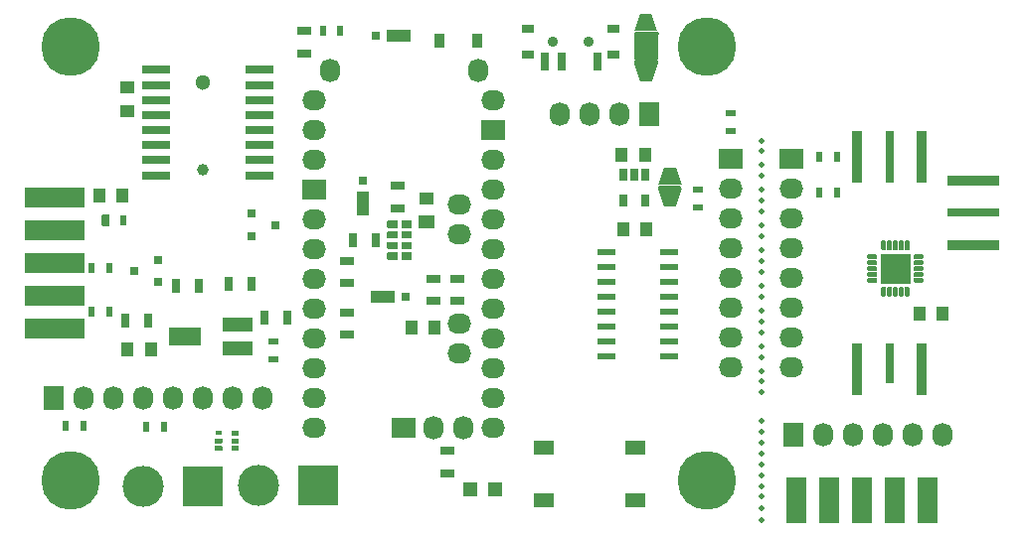
<source format=gts>
G04 #@! TF.GenerationSoftware,KiCad,Pcbnew,(5.1.9-0-10_14)*
G04 #@! TF.CreationDate,2021-10-26T14:38:54-04:00*
G04 #@! TF.ProjectId,Arducon,41726475-636f-46e2-9e6b-696361645f70,rev?*
G04 #@! TF.SameCoordinates,Original*
G04 #@! TF.FileFunction,Soldermask,Top*
G04 #@! TF.FilePolarity,Negative*
%FSLAX46Y46*%
G04 Gerber Fmt 4.6, Leading zero omitted, Abs format (unit mm)*
G04 Created by KiCad (PCBNEW (5.1.9-0-10_14)) date 2021-10-26 14:38:54*
%MOMM*%
%LPD*%
G01*
G04 APERTURE LIST*
%ADD10C,0.100000*%
%ADD11C,0.150000*%
%ADD12R,2.032000X2.032000*%
%ADD13R,0.910000X1.220000*%
%ADD14R,2.000000X1.100000*%
%ADD15R,0.800000X0.800000*%
%ADD16R,1.100000X2.000000*%
%ADD17R,1.198880X1.198880*%
%ADD18R,0.812800X4.500000*%
%ADD19R,0.760000X3.500000*%
%ADD20R,1.500000X0.600000*%
%ADD21R,1.250000X1.250000*%
%ADD22R,2.400000X0.800000*%
%ADD23R,2.400000X0.700000*%
%ADD24O,2.032000X1.727200*%
%ADD25R,2.032000X1.727200*%
%ADD26O,1.727200X2.032000*%
%ADD27R,0.760000X4.500000*%
%ADD28R,4.500000X0.812800*%
%ADD29R,4.500000X0.760000*%
%ADD30R,1.778000X4.000000*%
%ADD31C,1.300000*%
%ADD32C,1.000000*%
%ADD33R,1.727200X2.032000*%
%ADD34C,0.500000*%
%ADD35R,0.500000X0.900000*%
%ADD36R,0.551180X0.299720*%
%ADD37R,1.000000X1.250000*%
%ADD38R,0.700000X1.300000*%
%ADD39R,1.300000X0.700000*%
%ADD40C,5.000000*%
%ADD41R,5.080000X1.778000*%
%ADD42R,3.500120X3.500120*%
%ADD43C,3.500120*%
%ADD44R,2.700000X1.600000*%
%ADD45R,2.500000X1.200000*%
%ADD46R,1.750000X1.300000*%
%ADD47R,0.650000X1.060000*%
%ADD48R,1.250000X1.000000*%
%ADD49R,0.800100X0.800100*%
%ADD50C,0.900000*%
%ADD51R,0.700000X1.500000*%
%ADD52R,1.000000X0.800000*%
%ADD53R,0.900000X0.500000*%
%ADD54C,0.254000*%
G04 APERTURE END LIST*
D10*
G36*
X164820000Y-107720000D02*
G01*
X164820000Y-110220000D01*
X162320000Y-110220000D01*
X162320000Y-107710000D01*
X164820000Y-107720000D01*
G37*
X164820000Y-107720000D02*
X164820000Y-110220000D01*
X162320000Y-110220000D01*
X162320000Y-107710000D01*
X164820000Y-107720000D01*
D11*
G36*
X141308000Y-91507000D02*
G01*
X143332000Y-91507000D01*
X142832000Y-93031000D01*
X141808000Y-93031000D01*
X141308000Y-91507000D01*
G37*
G36*
X143320570Y-88701570D02*
G01*
X141319430Y-88701570D01*
X141819430Y-87200430D01*
X142820570Y-87200430D01*
X143320570Y-88701570D01*
G37*
D12*
X142320000Y-90110000D03*
D13*
X124735000Y-89490000D03*
X128005000Y-89490000D03*
D14*
X119930000Y-111330000D03*
D15*
X121830000Y-111330000D03*
D16*
X118240000Y-103400000D03*
D15*
X118240000Y-101500000D03*
D17*
X127400980Y-127820000D03*
X129499020Y-127820000D03*
D18*
X160300000Y-117570000D03*
D19*
X163070000Y-117070000D03*
D18*
X165840000Y-117570000D03*
G36*
G01*
X121150000Y-108200000D02*
X120350000Y-108200000D01*
G75*
G02*
X120290000Y-108140000I0J60000D01*
G01*
X120290000Y-107640000D01*
G75*
G02*
X120350000Y-107580000I60000J0D01*
G01*
X121150000Y-107580000D01*
G75*
G02*
X121210000Y-107640000I0J-60000D01*
G01*
X121210000Y-108140000D01*
G75*
G02*
X121150000Y-108200000I-60000J0D01*
G01*
G37*
G36*
G01*
X121150000Y-107300000D02*
X120350000Y-107300000D01*
G75*
G02*
X120290000Y-107240000I0J60000D01*
G01*
X120290000Y-106740000D01*
G75*
G02*
X120350000Y-106680000I60000J0D01*
G01*
X121150000Y-106680000D01*
G75*
G02*
X121210000Y-106740000I0J-60000D01*
G01*
X121210000Y-107240000D01*
G75*
G02*
X121150000Y-107300000I-60000J0D01*
G01*
G37*
G36*
G01*
X121150000Y-106400000D02*
X120350000Y-106400000D01*
G75*
G02*
X120290000Y-106340000I0J60000D01*
G01*
X120290000Y-105840000D01*
G75*
G02*
X120350000Y-105780000I60000J0D01*
G01*
X121150000Y-105780000D01*
G75*
G02*
X121210000Y-105840000I0J-60000D01*
G01*
X121210000Y-106340000D01*
G75*
G02*
X121150000Y-106400000I-60000J0D01*
G01*
G37*
G36*
G01*
X121150000Y-105500000D02*
X120350000Y-105500000D01*
G75*
G02*
X120290000Y-105440000I0J60000D01*
G01*
X120290000Y-104940000D01*
G75*
G02*
X120350000Y-104880000I60000J0D01*
G01*
X121150000Y-104880000D01*
G75*
G02*
X121210000Y-104940000I0J-60000D01*
G01*
X121210000Y-105440000D01*
G75*
G02*
X121150000Y-105500000I-60000J0D01*
G01*
G37*
G36*
G01*
X122350000Y-108200000D02*
X121550000Y-108200000D01*
G75*
G02*
X121490000Y-108140000I0J60000D01*
G01*
X121490000Y-107640000D01*
G75*
G02*
X121550000Y-107580000I60000J0D01*
G01*
X122350000Y-107580000D01*
G75*
G02*
X122410000Y-107640000I0J-60000D01*
G01*
X122410000Y-108140000D01*
G75*
G02*
X122350000Y-108200000I-60000J0D01*
G01*
G37*
G36*
G01*
X122350000Y-107300000D02*
X121550000Y-107300000D01*
G75*
G02*
X121490000Y-107240000I0J60000D01*
G01*
X121490000Y-106740000D01*
G75*
G02*
X121550000Y-106680000I60000J0D01*
G01*
X122350000Y-106680000D01*
G75*
G02*
X122410000Y-106740000I0J-60000D01*
G01*
X122410000Y-107240000D01*
G75*
G02*
X122350000Y-107300000I-60000J0D01*
G01*
G37*
G36*
G01*
X122350000Y-106400000D02*
X121550000Y-106400000D01*
G75*
G02*
X121490000Y-106340000I0J60000D01*
G01*
X121490000Y-105840000D01*
G75*
G02*
X121550000Y-105780000I60000J0D01*
G01*
X122350000Y-105780000D01*
G75*
G02*
X122410000Y-105840000I0J-60000D01*
G01*
X122410000Y-106340000D01*
G75*
G02*
X122350000Y-106400000I-60000J0D01*
G01*
G37*
G36*
G01*
X122350000Y-105500000D02*
X121550000Y-105500000D01*
G75*
G02*
X121490000Y-105440000I0J60000D01*
G01*
X121490000Y-104940000D01*
G75*
G02*
X121550000Y-104880000I60000J0D01*
G01*
X122350000Y-104880000D01*
G75*
G02*
X122410000Y-104940000I0J-60000D01*
G01*
X122410000Y-105440000D01*
G75*
G02*
X122350000Y-105500000I-60000J0D01*
G01*
G37*
D20*
X138930000Y-107565000D03*
X138930000Y-108835000D03*
X138930000Y-110105000D03*
X138930000Y-111375000D03*
X138930000Y-112645000D03*
X138930000Y-113915000D03*
X138930000Y-115185000D03*
X138930000Y-116455000D03*
X144330000Y-116455000D03*
X144330000Y-115185000D03*
X144330000Y-113915000D03*
X144330000Y-112645000D03*
X144330000Y-111375000D03*
X144330000Y-110105000D03*
X144330000Y-108835000D03*
X144330000Y-107565000D03*
G36*
G01*
X162675000Y-111360000D02*
X162465000Y-111360000D01*
G75*
G02*
X162360000Y-111255000I0J105000D01*
G01*
X162360000Y-110615000D01*
G75*
G02*
X162465000Y-110510000I105000J0D01*
G01*
X162675000Y-110510000D01*
G75*
G02*
X162780000Y-110615000I0J-105000D01*
G01*
X162780000Y-111255000D01*
G75*
G02*
X162675000Y-111360000I-105000J0D01*
G01*
G37*
G36*
G01*
X163175000Y-111360000D02*
X162965000Y-111360000D01*
G75*
G02*
X162860000Y-111255000I0J105000D01*
G01*
X162860000Y-110615000D01*
G75*
G02*
X162965000Y-110510000I105000J0D01*
G01*
X163175000Y-110510000D01*
G75*
G02*
X163280000Y-110615000I0J-105000D01*
G01*
X163280000Y-111255000D01*
G75*
G02*
X163175000Y-111360000I-105000J0D01*
G01*
G37*
G36*
G01*
X163675000Y-111360000D02*
X163465000Y-111360000D01*
G75*
G02*
X163360000Y-111255000I0J105000D01*
G01*
X163360000Y-110615000D01*
G75*
G02*
X163465000Y-110510000I105000J0D01*
G01*
X163675000Y-110510000D01*
G75*
G02*
X163780000Y-110615000I0J-105000D01*
G01*
X163780000Y-111255000D01*
G75*
G02*
X163675000Y-111360000I-105000J0D01*
G01*
G37*
G36*
G01*
X164175000Y-111360000D02*
X163965000Y-111360000D01*
G75*
G02*
X163860000Y-111255000I0J105000D01*
G01*
X163860000Y-110615000D01*
G75*
G02*
X163965000Y-110510000I105000J0D01*
G01*
X164175000Y-110510000D01*
G75*
G02*
X164280000Y-110615000I0J-105000D01*
G01*
X164280000Y-111255000D01*
G75*
G02*
X164175000Y-111360000I-105000J0D01*
G01*
G37*
G36*
G01*
X164675000Y-111360000D02*
X164465000Y-111360000D01*
G75*
G02*
X164360000Y-111255000I0J105000D01*
G01*
X164360000Y-110615000D01*
G75*
G02*
X164465000Y-110510000I105000J0D01*
G01*
X164675000Y-110510000D01*
G75*
G02*
X164780000Y-110615000I0J-105000D01*
G01*
X164780000Y-111255000D01*
G75*
G02*
X164675000Y-111360000I-105000J0D01*
G01*
G37*
G36*
G01*
X165960000Y-109865000D02*
X165960000Y-110075000D01*
G75*
G02*
X165855000Y-110180000I-105000J0D01*
G01*
X165215000Y-110180000D01*
G75*
G02*
X165110000Y-110075000I0J105000D01*
G01*
X165110000Y-109865000D01*
G75*
G02*
X165215000Y-109760000I105000J0D01*
G01*
X165855000Y-109760000D01*
G75*
G02*
X165960000Y-109865000I0J-105000D01*
G01*
G37*
G36*
G01*
X165960000Y-109365000D02*
X165960000Y-109575000D01*
G75*
G02*
X165855000Y-109680000I-105000J0D01*
G01*
X165215000Y-109680000D01*
G75*
G02*
X165110000Y-109575000I0J105000D01*
G01*
X165110000Y-109365000D01*
G75*
G02*
X165215000Y-109260000I105000J0D01*
G01*
X165855000Y-109260000D01*
G75*
G02*
X165960000Y-109365000I0J-105000D01*
G01*
G37*
G36*
G01*
X165960000Y-108865000D02*
X165960000Y-109075000D01*
G75*
G02*
X165855000Y-109180000I-105000J0D01*
G01*
X165215000Y-109180000D01*
G75*
G02*
X165110000Y-109075000I0J105000D01*
G01*
X165110000Y-108865000D01*
G75*
G02*
X165215000Y-108760000I105000J0D01*
G01*
X165855000Y-108760000D01*
G75*
G02*
X165960000Y-108865000I0J-105000D01*
G01*
G37*
G36*
G01*
X165960000Y-108365000D02*
X165960000Y-108575000D01*
G75*
G02*
X165855000Y-108680000I-105000J0D01*
G01*
X165215000Y-108680000D01*
G75*
G02*
X165110000Y-108575000I0J105000D01*
G01*
X165110000Y-108365000D01*
G75*
G02*
X165215000Y-108260000I105000J0D01*
G01*
X165855000Y-108260000D01*
G75*
G02*
X165960000Y-108365000I0J-105000D01*
G01*
G37*
G36*
G01*
X165960000Y-107865000D02*
X165960000Y-108075000D01*
G75*
G02*
X165855000Y-108180000I-105000J0D01*
G01*
X165215000Y-108180000D01*
G75*
G02*
X165110000Y-108075000I0J105000D01*
G01*
X165110000Y-107865000D01*
G75*
G02*
X165215000Y-107760000I105000J0D01*
G01*
X165855000Y-107760000D01*
G75*
G02*
X165960000Y-107865000I0J-105000D01*
G01*
G37*
G36*
G01*
X164675000Y-107430000D02*
X164465000Y-107430000D01*
G75*
G02*
X164360000Y-107325000I0J105000D01*
G01*
X164360000Y-106685000D01*
G75*
G02*
X164465000Y-106580000I105000J0D01*
G01*
X164675000Y-106580000D01*
G75*
G02*
X164780000Y-106685000I0J-105000D01*
G01*
X164780000Y-107325000D01*
G75*
G02*
X164675000Y-107430000I-105000J0D01*
G01*
G37*
G36*
G01*
X164175000Y-107430000D02*
X163965000Y-107430000D01*
G75*
G02*
X163860000Y-107325000I0J105000D01*
G01*
X163860000Y-106685000D01*
G75*
G02*
X163965000Y-106580000I105000J0D01*
G01*
X164175000Y-106580000D01*
G75*
G02*
X164280000Y-106685000I0J-105000D01*
G01*
X164280000Y-107325000D01*
G75*
G02*
X164175000Y-107430000I-105000J0D01*
G01*
G37*
G36*
G01*
X163675000Y-107430000D02*
X163465000Y-107430000D01*
G75*
G02*
X163360000Y-107325000I0J105000D01*
G01*
X163360000Y-106685000D01*
G75*
G02*
X163465000Y-106580000I105000J0D01*
G01*
X163675000Y-106580000D01*
G75*
G02*
X163780000Y-106685000I0J-105000D01*
G01*
X163780000Y-107325000D01*
G75*
G02*
X163675000Y-107430000I-105000J0D01*
G01*
G37*
G36*
G01*
X163175000Y-107430000D02*
X162965000Y-107430000D01*
G75*
G02*
X162860000Y-107325000I0J105000D01*
G01*
X162860000Y-106685000D01*
G75*
G02*
X162965000Y-106580000I105000J0D01*
G01*
X163175000Y-106580000D01*
G75*
G02*
X163280000Y-106685000I0J-105000D01*
G01*
X163280000Y-107325000D01*
G75*
G02*
X163175000Y-107430000I-105000J0D01*
G01*
G37*
G36*
G01*
X162675000Y-107430000D02*
X162465000Y-107430000D01*
G75*
G02*
X162360000Y-107325000I0J105000D01*
G01*
X162360000Y-106685000D01*
G75*
G02*
X162465000Y-106580000I105000J0D01*
G01*
X162675000Y-106580000D01*
G75*
G02*
X162780000Y-106685000I0J-105000D01*
G01*
X162780000Y-107325000D01*
G75*
G02*
X162675000Y-107430000I-105000J0D01*
G01*
G37*
G36*
G01*
X162030000Y-107865000D02*
X162030000Y-108075000D01*
G75*
G02*
X161925000Y-108180000I-105000J0D01*
G01*
X161285000Y-108180000D01*
G75*
G02*
X161180000Y-108075000I0J105000D01*
G01*
X161180000Y-107865000D01*
G75*
G02*
X161285000Y-107760000I105000J0D01*
G01*
X161925000Y-107760000D01*
G75*
G02*
X162030000Y-107865000I0J-105000D01*
G01*
G37*
G36*
G01*
X162030000Y-108365000D02*
X162030000Y-108575000D01*
G75*
G02*
X161925000Y-108680000I-105000J0D01*
G01*
X161285000Y-108680000D01*
G75*
G02*
X161180000Y-108575000I0J105000D01*
G01*
X161180000Y-108365000D01*
G75*
G02*
X161285000Y-108260000I105000J0D01*
G01*
X161925000Y-108260000D01*
G75*
G02*
X162030000Y-108365000I0J-105000D01*
G01*
G37*
G36*
G01*
X162030000Y-108865000D02*
X162030000Y-109075000D01*
G75*
G02*
X161925000Y-109180000I-105000J0D01*
G01*
X161285000Y-109180000D01*
G75*
G02*
X161180000Y-109075000I0J105000D01*
G01*
X161180000Y-108865000D01*
G75*
G02*
X161285000Y-108760000I105000J0D01*
G01*
X161925000Y-108760000D01*
G75*
G02*
X162030000Y-108865000I0J-105000D01*
G01*
G37*
G36*
G01*
X162030000Y-109365000D02*
X162030000Y-109575000D01*
G75*
G02*
X161925000Y-109680000I-105000J0D01*
G01*
X161285000Y-109680000D01*
G75*
G02*
X161180000Y-109575000I0J105000D01*
G01*
X161180000Y-109365000D01*
G75*
G02*
X161285000Y-109260000I105000J0D01*
G01*
X161925000Y-109260000D01*
G75*
G02*
X162030000Y-109365000I0J-105000D01*
G01*
G37*
G36*
G01*
X162030000Y-109865000D02*
X162030000Y-110075000D01*
G75*
G02*
X161925000Y-110180000I-105000J0D01*
G01*
X161285000Y-110180000D01*
G75*
G02*
X161180000Y-110075000I0J105000D01*
G01*
X161180000Y-109865000D01*
G75*
G02*
X161285000Y-109760000I105000J0D01*
G01*
X161925000Y-109760000D01*
G75*
G02*
X162030000Y-109865000I0J-105000D01*
G01*
G37*
D21*
X164195000Y-108345000D03*
X162945000Y-108345000D03*
X164195000Y-109595000D03*
X162945000Y-109595000D03*
D22*
X100620000Y-92015000D03*
D23*
X100620000Y-93335000D03*
X100620000Y-94605000D03*
X100620000Y-95875000D03*
X100620000Y-97145000D03*
X100620000Y-98415000D03*
X100620000Y-99685000D03*
D22*
X100620000Y-101005000D03*
X109420000Y-101005000D03*
D23*
X109420000Y-99685000D03*
X109420000Y-98415000D03*
X109420000Y-97145000D03*
X109420000Y-95875000D03*
X109420000Y-94605000D03*
X109420000Y-93335000D03*
D22*
X109420000Y-92015000D03*
D24*
X126430000Y-113630000D03*
X126430000Y-116170000D03*
X126430000Y-106010000D03*
X126430000Y-103470000D03*
X129350000Y-122520000D03*
X129350000Y-119980000D03*
X114095100Y-122520000D03*
X114095100Y-119980000D03*
X129350000Y-117440000D03*
X129350000Y-114900000D03*
X129350000Y-112360000D03*
X129350000Y-109820000D03*
X129350000Y-107280000D03*
X129350000Y-104740000D03*
X129350000Y-102200000D03*
X129350000Y-99660000D03*
D25*
X129350000Y-97120000D03*
D24*
X129340000Y-94580000D03*
X114095100Y-117465400D03*
X114095100Y-114925400D03*
X114095100Y-112385400D03*
X114095100Y-109845400D03*
X114095100Y-107305400D03*
X114095100Y-104765400D03*
D25*
X114095100Y-102225400D03*
D24*
X114095100Y-99685400D03*
X114095100Y-97145400D03*
X114100000Y-94605400D03*
D26*
X128012850Y-92065150D03*
X115426850Y-92065150D03*
X126810000Y-122520000D03*
X124270000Y-122520000D03*
D25*
X121720000Y-122520000D03*
D18*
X165840000Y-99400000D03*
D27*
X163070000Y-99400000D03*
D18*
X160300000Y-99400000D03*
D28*
X170200000Y-101430000D03*
D29*
X170200000Y-104200000D03*
D28*
X170200000Y-106970000D03*
D30*
X155182999Y-128682999D03*
X166358999Y-128682999D03*
X163564999Y-128682999D03*
X160770999Y-128682999D03*
X157976999Y-128682999D03*
D31*
X104560000Y-93040000D03*
D32*
X104560000Y-100540000D03*
D26*
X167560000Y-123150000D03*
X165020000Y-123150000D03*
X162480000Y-123150000D03*
X159940000Y-123150000D03*
X157400000Y-123150000D03*
D33*
X154860000Y-123150000D03*
D34*
X152190000Y-130380000D03*
X152170000Y-129410000D03*
X152190000Y-128420000D03*
X152170000Y-127510000D03*
X152180000Y-126570000D03*
X152180000Y-125650000D03*
X152170000Y-124740000D03*
X152170000Y-123810000D03*
X152170000Y-122900000D03*
X152170000Y-121990000D03*
G36*
G01*
X96620000Y-104400000D02*
X96620000Y-105300000D01*
G75*
G02*
X96560000Y-105360000I-60000J0D01*
G01*
X96060000Y-105360000D01*
G75*
G02*
X96000000Y-105300000I0J60000D01*
G01*
X96000000Y-104400000D01*
G75*
G02*
X96060000Y-104340000I60000J0D01*
G01*
X96560000Y-104340000D01*
G75*
G02*
X96620000Y-104400000I0J-60000D01*
G01*
G37*
D35*
X97810000Y-104850000D03*
G36*
G01*
X107624410Y-124510240D02*
X107073230Y-124510240D01*
G75*
G02*
X107013230Y-124450240I0J60000D01*
G01*
X107013230Y-124150520D01*
G75*
G02*
X107073230Y-124090520I60000J0D01*
G01*
X107624410Y-124090520D01*
G75*
G02*
X107684410Y-124150520I0J-60000D01*
G01*
X107684410Y-124450240D01*
G75*
G02*
X107624410Y-124510240I-60000J0D01*
G01*
G37*
G36*
G01*
X107624410Y-123859860D02*
X107073230Y-123859860D01*
G75*
G02*
X107013230Y-123799860I0J60000D01*
G01*
X107013230Y-123500140D01*
G75*
G02*
X107073230Y-123440140I60000J0D01*
G01*
X107624410Y-123440140D01*
G75*
G02*
X107684410Y-123500140I0J-60000D01*
G01*
X107684410Y-123799860D01*
G75*
G02*
X107624410Y-123859860I-60000J0D01*
G01*
G37*
G36*
G01*
X107624410Y-123209480D02*
X107073230Y-123209480D01*
G75*
G02*
X107013230Y-123149480I0J60000D01*
G01*
X107013230Y-122849760D01*
G75*
G02*
X107073230Y-122789760I60000J0D01*
G01*
X107624410Y-122789760D01*
G75*
G02*
X107684410Y-122849760I0J-60000D01*
G01*
X107684410Y-123149480D01*
G75*
G02*
X107624410Y-123209480I-60000J0D01*
G01*
G37*
D36*
X105911180Y-122999620D03*
G36*
G01*
X106186770Y-123859860D02*
X105635590Y-123859860D01*
G75*
G02*
X105575590Y-123799860I0J60000D01*
G01*
X105575590Y-123500140D01*
G75*
G02*
X105635590Y-123440140I60000J0D01*
G01*
X106186770Y-123440140D01*
G75*
G02*
X106246770Y-123500140I0J-60000D01*
G01*
X106246770Y-123799860D01*
G75*
G02*
X106186770Y-123859860I-60000J0D01*
G01*
G37*
G36*
G01*
X106186770Y-124510240D02*
X105635590Y-124510240D01*
G75*
G02*
X105575590Y-124450240I0J60000D01*
G01*
X105575590Y-124150520D01*
G75*
G02*
X105635590Y-124090520I60000J0D01*
G01*
X106186770Y-124090520D01*
G75*
G02*
X106246770Y-124150520I0J-60000D01*
G01*
X106246770Y-124450240D01*
G75*
G02*
X106186770Y-124510240I-60000J0D01*
G01*
G37*
D37*
X122350000Y-114000000D03*
X124350000Y-114000000D03*
X97770000Y-102710000D03*
X95770000Y-102710000D03*
X142270000Y-99270000D03*
X140270000Y-99270000D03*
X140390000Y-105600000D03*
X142390000Y-105600000D03*
X100200000Y-115890000D03*
X98200000Y-115890000D03*
X167600000Y-112780000D03*
X165600000Y-112780000D03*
D38*
X117390000Y-106510000D03*
X119290000Y-106510000D03*
D39*
X124240000Y-109820000D03*
X124240000Y-111720000D03*
X116860000Y-110200000D03*
X116860000Y-108300000D03*
X116840000Y-114590000D03*
X116840000Y-112690000D03*
D38*
X102330000Y-110420000D03*
X104230000Y-110420000D03*
X109870000Y-113180000D03*
X111770000Y-113180000D03*
X98000000Y-113360000D03*
X99900000Y-113360000D03*
D40*
X93300000Y-127000000D03*
X147500000Y-127000000D03*
X147500000Y-90000000D03*
X93300000Y-90000000D03*
D34*
X152180000Y-98050000D03*
X152180000Y-98960000D03*
X152180000Y-100120000D03*
X152180000Y-101040000D03*
X152180000Y-102210000D03*
X152180000Y-103140000D03*
X152180000Y-104080000D03*
X152180000Y-105310000D03*
X152180000Y-106220000D03*
X152180000Y-107400000D03*
X152180000Y-108340000D03*
X152180000Y-109270000D03*
X152180000Y-110470000D03*
X152180000Y-111400000D03*
X152180000Y-112570000D03*
X152180000Y-117700000D03*
X152180000Y-113490000D03*
X152180000Y-114410000D03*
X152180000Y-115630000D03*
X152180000Y-116550000D03*
X152180000Y-118600000D03*
X152180000Y-119490000D03*
D41*
X91940000Y-105706000D03*
X91940000Y-108500000D03*
X91940000Y-111294000D03*
X91940000Y-114088000D03*
X91940000Y-102912000D03*
D42*
X104580000Y-127500000D03*
D43*
X99500000Y-127500000D03*
D44*
X103070000Y-114730000D03*
D45*
X107570000Y-115730000D03*
X107570000Y-113730000D03*
D11*
G36*
X145390570Y-101834570D02*
G01*
X143389430Y-101834570D01*
X143889430Y-100333430D01*
X144890570Y-100333430D01*
X145390570Y-101834570D01*
G37*
G36*
X143378000Y-102154000D02*
G01*
X145402000Y-102154000D01*
X144902000Y-103678000D01*
X143878000Y-103678000D01*
X143378000Y-102154000D01*
G37*
D46*
X141410000Y-124210000D03*
X133610000Y-124210000D03*
X133610000Y-128710000D03*
X141410000Y-128710000D03*
D47*
X142280000Y-100980000D03*
X141330000Y-100980000D03*
X140380000Y-100980000D03*
X140380000Y-103180000D03*
X142280000Y-103180000D03*
D25*
X149520000Y-99640000D03*
D24*
X149520000Y-102180000D03*
X149520000Y-104720000D03*
X149520000Y-107260000D03*
X149520000Y-109800000D03*
X149520000Y-112340000D03*
X149520000Y-114880000D03*
X149520000Y-117420000D03*
X154710000Y-117420000D03*
X154710000Y-114880000D03*
X154710000Y-112340000D03*
X154710000Y-109800000D03*
X154710000Y-107260000D03*
X154710000Y-104720000D03*
X154710000Y-102180000D03*
D25*
X154710000Y-99640000D03*
D42*
X114430000Y-127450000D03*
D43*
X109350000Y-127450000D03*
D39*
X113210000Y-90610000D03*
X113210000Y-88710000D03*
G36*
G01*
X124285000Y-105510000D02*
X123035000Y-105510000D01*
G75*
G02*
X122975000Y-105450000I0J60000D01*
G01*
X122975000Y-104450000D01*
G75*
G02*
X123035000Y-104390000I60000J0D01*
G01*
X124285000Y-104390000D01*
G75*
G02*
X124345000Y-104450000I0J-60000D01*
G01*
X124345000Y-105450000D01*
G75*
G02*
X124285000Y-105510000I-60000J0D01*
G01*
G37*
D48*
X123660000Y-102950000D03*
D39*
X126300000Y-109820000D03*
X126300000Y-111720000D03*
D49*
X100750760Y-110110000D03*
X100750760Y-108210000D03*
X98751780Y-109160000D03*
X108779240Y-104280000D03*
X108779240Y-106180000D03*
X110778220Y-105230000D03*
D39*
X121220000Y-103820000D03*
X121220000Y-101920000D03*
D38*
X106820000Y-110240000D03*
X108720000Y-110240000D03*
D50*
X137440000Y-89585000D03*
X134440000Y-89585000D03*
D51*
X138190000Y-91335000D03*
X135190000Y-91335000D03*
X133690000Y-91335000D03*
D52*
X139590000Y-88485000D03*
X132290000Y-88485000D03*
X132290000Y-90685000D03*
X139590000Y-90685000D03*
D39*
X125450000Y-124500000D03*
X125450000Y-126400000D03*
D33*
X142640000Y-95810000D03*
D26*
X140100000Y-95810000D03*
X137560000Y-95810000D03*
X135020000Y-95810000D03*
D35*
X96650000Y-112660000D03*
X95150000Y-112660000D03*
X95130000Y-108930000D03*
X96630000Y-108930000D03*
D53*
X149530000Y-97220000D03*
X149530000Y-95720000D03*
D35*
X158630000Y-99400000D03*
X157130000Y-99400000D03*
D53*
X146740000Y-103740000D03*
X146740000Y-102240000D03*
D35*
X157080000Y-102480000D03*
X158580000Y-102480000D03*
D48*
X98140000Y-93500000D03*
X98140000Y-95500000D03*
D35*
X116320000Y-88700000D03*
X114820000Y-88700000D03*
X94400000Y-122410000D03*
X92900000Y-122410000D03*
D53*
X110630000Y-115190000D03*
X110630000Y-116690000D03*
D35*
X99770000Y-122430000D03*
X101270000Y-122430000D03*
D33*
X91900000Y-120000000D03*
D26*
X94440000Y-120000000D03*
X96980000Y-120000000D03*
X99520000Y-120000000D03*
X102060000Y-120000000D03*
X104600000Y-120000000D03*
X107140000Y-120000000D03*
X109680000Y-120000000D03*
D15*
X119340000Y-89100000D03*
D14*
X121240000Y-89100000D03*
D54*
X145185875Y-102081618D02*
X143497000Y-102064296D01*
X143497000Y-101967000D01*
X145179679Y-101967000D01*
X145185875Y-102081618D01*
D11*
G36*
X145185875Y-102081618D02*
G01*
X143497000Y-102064296D01*
X143497000Y-101967000D01*
X145179679Y-101967000D01*
X145185875Y-102081618D01*
G37*
D54*
X143303000Y-88964759D02*
X141407000Y-88991215D01*
X141407000Y-88844724D01*
X143303000Y-88818752D01*
X143303000Y-88964759D01*
D11*
G36*
X143303000Y-88964759D02*
G01*
X141407000Y-88991215D01*
X141407000Y-88844724D01*
X143303000Y-88818752D01*
X143303000Y-88964759D01*
G37*
D54*
X143219983Y-91401750D02*
X141389577Y-91384234D01*
X141394202Y-91227000D01*
X143215919Y-91227000D01*
X143219983Y-91401750D01*
D11*
G36*
X143219983Y-91401750D02*
G01*
X141389577Y-91384234D01*
X141394202Y-91227000D01*
X143215919Y-91227000D01*
X143219983Y-91401750D01*
G37*
M02*

</source>
